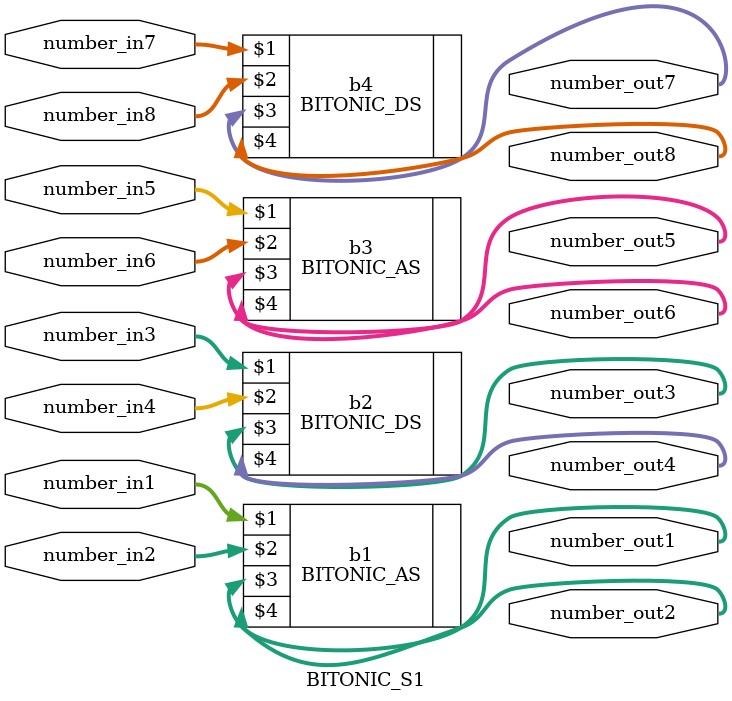
<source format=v>
`include "BITONIC_AS.v"
`include "BITONIC_DS.v"
module BITONIC_S1(  number_in1, number_in2, number_in3, number_in4,
                    number_in5, number_in6, number_in7, number_in8,
                    number_out1, number_out2, number_out3, number_out4,
                    number_out5, number_out6, number_out7, number_out8);

input  [7:0] number_in1;
input  [7:0] number_in2;
input  [7:0] number_in3;
input  [7:0] number_in4;
input  [7:0] number_in5;
input  [7:0] number_in6;
input  [7:0] number_in7;
input  [7:0] number_in8;

output  [7:0] number_out1;
output  [7:0] number_out2;
output  [7:0] number_out3;
output  [7:0] number_out4;
output  [7:0] number_out5;
output  [7:0] number_out6;
output  [7:0] number_out7;
output  [7:0] number_out8;

BITONIC_AS b1(number_in1, number_in2, number_out1, number_out2);
BITONIC_DS b2(number_in3, number_in4, number_out3, number_out4);
BITONIC_AS b3(number_in5, number_in6, number_out5, number_out6);
BITONIC_DS b4(number_in7, number_in8, number_out7, number_out8);


endmodule
</source>
